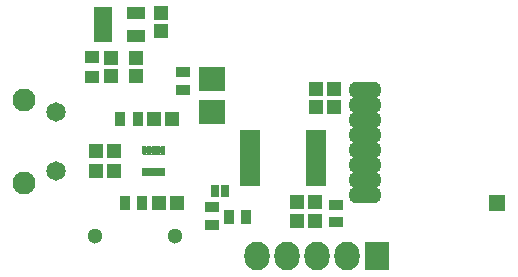
<source format=gts>
G04 #@! TF.FileFunction,Soldermask,Top*
%FSLAX46Y46*%
G04 Gerber Fmt 4.6, Leading zero omitted, Abs format (unit mm)*
G04 Created by KiCad (PCBNEW 4.0.2+dfsg1-stable) date Sun 14 May 2017 07:45:38 PM MDT*
%MOMM*%
G01*
G04 APERTURE LIST*
%ADD10C,0.100000*%
%ADD11C,0.125000*%
%ADD12C,0.500000*%
%ADD13R,1.797000X0.831800*%
%ADD14C,1.300000*%
%ADD15C,1.650000*%
%ADD16C,1.950000*%
%ADD17R,0.900000X1.300000*%
%ADD18R,2.127200X2.432000*%
%ADD19O,2.127200X2.432000*%
%ADD20R,1.200000X1.150000*%
%ADD21R,1.150000X1.200000*%
%ADD22R,2.200860X1.997660*%
%ADD23R,1.200000X1.000000*%
%ADD24R,1.300000X0.900000*%
%ADD25R,1.500000X1.000000*%
%ADD26R,0.800000X1.000000*%
%ADD27O,2.800000X1.400000*%
%ADD28R,1.400000X1.400000*%
%ADD29R,0.350000X0.725000*%
G04 APERTURE END LIST*
D10*
D11*
X171992721Y-112859421D02*
X170192721Y-112859421D01*
X170192721Y-113459421D02*
X171992721Y-113459421D01*
X171992721Y-111659421D02*
X170192721Y-111659421D01*
X171992721Y-111059421D02*
X170192721Y-111059421D01*
D12*
X171792721Y-111359421D02*
X170392721Y-111359421D01*
X171792721Y-113159421D02*
X170392721Y-113159421D01*
D13*
X184794000Y-113930400D03*
X184794000Y-113295400D03*
X184794000Y-112635000D03*
X184794000Y-112000000D03*
X184794000Y-111339600D03*
X184794000Y-110691900D03*
X184794000Y-110044200D03*
X179206000Y-110044200D03*
X179206000Y-110691900D03*
X179206000Y-111339600D03*
X179206000Y-112000000D03*
X179206000Y-112647700D03*
X179206000Y-113295400D03*
X179206000Y-113943100D03*
D14*
X172900000Y-118600000D03*
X166100000Y-118600000D03*
D15*
X162800000Y-113100000D03*
X162800000Y-108100000D03*
D16*
X160100000Y-114100000D03*
X160100000Y-107100000D03*
D17*
X178950000Y-117000000D03*
X177450000Y-117000000D03*
D18*
X189980000Y-120300000D03*
D19*
X187440000Y-120300000D03*
X184900000Y-120300000D03*
X182360000Y-120300000D03*
X179820000Y-120300000D03*
D20*
X167750000Y-111400000D03*
X166250000Y-111400000D03*
X167750000Y-113059421D03*
X166250000Y-113059421D03*
X171542721Y-115800000D03*
X173042721Y-115800000D03*
D21*
X167500000Y-103550000D03*
X167500000Y-105050000D03*
D20*
X171142721Y-108700000D03*
X172642721Y-108700000D03*
D21*
X169600000Y-103550000D03*
X169600000Y-105050000D03*
X171700000Y-99750000D03*
X171700000Y-101250000D03*
D20*
X184750000Y-117300000D03*
X183250000Y-117300000D03*
X184750000Y-115700000D03*
X183250000Y-115700000D03*
D21*
X184800000Y-106150000D03*
X184800000Y-107650000D03*
X186400000Y-106150000D03*
X186400000Y-107650000D03*
D22*
X176000000Y-105280140D03*
X176000000Y-108119860D03*
D23*
X165900000Y-103450000D03*
X165900000Y-105150000D03*
D17*
X168642721Y-115800000D03*
X170142721Y-115800000D03*
X168242721Y-108700000D03*
X169742721Y-108700000D03*
D24*
X186500000Y-117450000D03*
X186500000Y-115950000D03*
X176000000Y-117650000D03*
X176000000Y-116150000D03*
D25*
X166800000Y-99750000D03*
X166800000Y-100700000D03*
X166800000Y-101650000D03*
X169600000Y-101650000D03*
X169600000Y-99750000D03*
D26*
X176250000Y-114800000D03*
X177150000Y-114800000D03*
D24*
X173600000Y-104750000D03*
X173600000Y-106250000D03*
D27*
X189000000Y-111335000D03*
X189000000Y-110065000D03*
X189000000Y-112605000D03*
X189000000Y-108795000D03*
X189000000Y-107525000D03*
X189000000Y-113875000D03*
X189000000Y-106255000D03*
X189000000Y-115145000D03*
D28*
X200200000Y-115800000D03*
D29*
X170292721Y-113159421D03*
X170692721Y-113159421D03*
X171092721Y-113159421D03*
X171492721Y-113159421D03*
X171892721Y-113159421D03*
X171892721Y-111359421D03*
X171492721Y-111359421D03*
X171092721Y-111359421D03*
X170692721Y-111359421D03*
X170292721Y-111359421D03*
M02*

</source>
